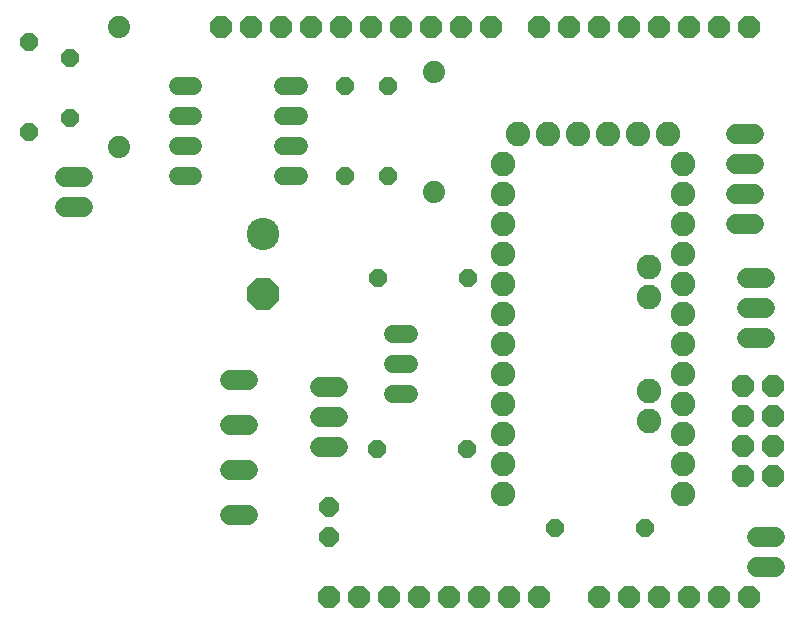
<source format=gbr>
G04 EAGLE Gerber RS-274X export*
G75*
%MOMM*%
%FSLAX34Y34*%
%LPD*%
%INSoldermask Top*%
%IPPOS*%
%AMOC8*
5,1,8,0,0,1.08239X$1,22.5*%
G01*
%ADD10P,1.649562X8X112.500000*%
%ADD11P,1.649562X8X292.500000*%
%ADD12C,1.879600*%
%ADD13C,1.524000*%
%ADD14C,1.727200*%
%ADD15C,2.082800*%
%ADD16P,1.759533X8X292.500000*%
%ADD17C,2.743200*%
%ADD18P,2.969212X8X292.500000*%
%ADD19P,2.034460X8X112.500000*%
%ADD20P,1.649562X8X22.500000*%
%ADD21P,1.649562X8X202.500000*%
%ADD22P,2.034460X8X22.500000*%


D10*
X838962Y381762D03*
X838962Y457962D03*
D11*
X571500Y495300D03*
X571500Y419100D03*
D12*
X647700Y406400D03*
X647700Y508000D03*
D13*
X879856Y248412D02*
X893064Y248412D01*
X893064Y197612D02*
X879856Y197612D01*
X879856Y223012D02*
X893064Y223012D01*
D10*
X875284Y382016D03*
X875284Y458216D03*
D14*
X833120Y152400D02*
X817880Y152400D01*
X817880Y177800D02*
X833120Y177800D01*
X833120Y203200D02*
X817880Y203200D01*
D15*
X973074Y392430D03*
X973074Y367030D03*
X973074Y341630D03*
X973074Y316230D03*
X973074Y290830D03*
X973074Y265430D03*
X973074Y240030D03*
X973074Y214630D03*
X973074Y189230D03*
X973074Y163830D03*
X973074Y138430D03*
X973074Y113030D03*
X1125474Y113030D03*
X1125474Y138430D03*
X1125474Y163830D03*
X1125474Y189230D03*
X1125474Y214630D03*
X1125474Y240030D03*
X1125474Y265430D03*
X1125474Y290830D03*
X1125474Y316230D03*
X1125474Y341630D03*
X1125474Y367030D03*
X1125474Y392430D03*
X1096899Y174943D03*
X1096899Y200343D03*
X1096899Y305118D03*
X1096899Y279718D03*
X985774Y417830D03*
X1011174Y417830D03*
X1036574Y417830D03*
X1061974Y417830D03*
X1087374Y417830D03*
X1112774Y417830D03*
D14*
X756920Y95250D02*
X741680Y95250D01*
X741680Y133350D02*
X756920Y133350D01*
X756920Y171450D02*
X741680Y171450D01*
X741680Y209550D02*
X756920Y209550D01*
D16*
X825500Y101600D03*
X825500Y76200D03*
D17*
X769366Y332994D03*
D18*
X769366Y282194D03*
D11*
X606298Y481584D03*
X606298Y430784D03*
D12*
X914400Y368300D03*
X914400Y469900D03*
D19*
X1201674Y127762D03*
X1176274Y127762D03*
X1201674Y153162D03*
X1176274Y153162D03*
X1201674Y178562D03*
X1176274Y178562D03*
X1201674Y203962D03*
X1176274Y203962D03*
D14*
X1187958Y50800D02*
X1203198Y50800D01*
X1203198Y76200D02*
X1187958Y76200D01*
X1194308Y295656D02*
X1179068Y295656D01*
X1179068Y270256D02*
X1194308Y270256D01*
X1194308Y244856D02*
X1179068Y244856D01*
X617220Y381000D02*
X601980Y381000D01*
X601980Y355600D02*
X617220Y355600D01*
X1169924Y341376D02*
X1185164Y341376D01*
X1185164Y366776D02*
X1169924Y366776D01*
X1169924Y392176D02*
X1185164Y392176D01*
X1185164Y417576D02*
X1169924Y417576D01*
D13*
X710692Y458470D02*
X697484Y458470D01*
X697484Y433070D02*
X710692Y433070D01*
X786892Y433070D02*
X800100Y433070D01*
X800100Y458470D02*
X786892Y458470D01*
X710692Y407670D02*
X697484Y407670D01*
X697484Y382270D02*
X710692Y382270D01*
X786892Y407670D02*
X800100Y407670D01*
X800100Y382270D02*
X786892Y382270D01*
D20*
X867156Y295402D03*
X943356Y295402D03*
D21*
X942086Y150876D03*
X865886Y150876D03*
D20*
X1017270Y84328D03*
X1093470Y84328D03*
D22*
X1079500Y508000D03*
X1054100Y25400D03*
X1104900Y508000D03*
X1130300Y508000D03*
X1155700Y508000D03*
X1181100Y508000D03*
X1054100Y508000D03*
X1028700Y508000D03*
X1003300Y508000D03*
X962660Y508000D03*
X937260Y508000D03*
X911860Y508000D03*
X886460Y508000D03*
X861060Y508000D03*
X835660Y508000D03*
X810260Y508000D03*
X784860Y508000D03*
X1079500Y25400D03*
X1104900Y25400D03*
X1130300Y25400D03*
X1155700Y25400D03*
X1181100Y25400D03*
X1003300Y25400D03*
X977900Y25400D03*
X952500Y25400D03*
X927100Y25400D03*
X901700Y25400D03*
X876300Y25400D03*
X759460Y508000D03*
X734060Y508000D03*
X850900Y25400D03*
X825500Y25400D03*
M02*

</source>
